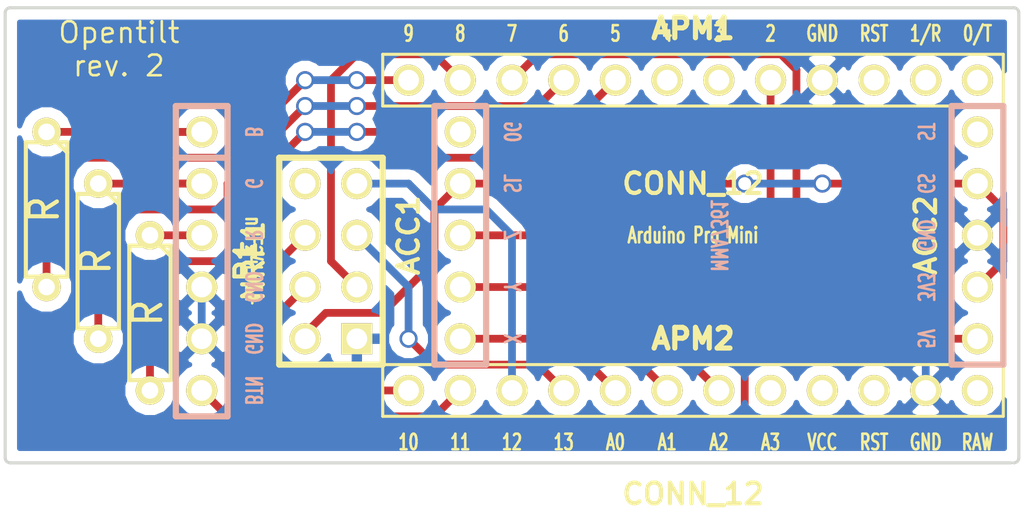
<source format=kicad_pcb>
(kicad_pcb (version 3) (host pcbnew "(2013-jul-07)-stable")

  (general
    (links 24)
    (no_connects 0)
    (area 22.733 45.466 74.1426 70.5866)
    (thickness 1.6)
    (drawings 52)
    (tracks 106)
    (zones 0)
    (modules 9)
    (nets 19)
  )

  (page A3)
  (layers
    (15 F.Cu signal)
    (0 B.Cu signal)
    (16 B.Adhes user)
    (17 F.Adhes user)
    (18 B.Paste user)
    (19 F.Paste user)
    (20 B.SilkS user)
    (21 F.SilkS user)
    (22 B.Mask user)
    (23 F.Mask user)
    (24 Dwgs.User user)
    (25 Cmts.User user)
    (26 Eco1.User user)
    (27 Eco2.User user)
    (28 Edge.Cuts user)
  )

  (setup
    (last_trace_width 0.381)
    (trace_clearance 0.254)
    (zone_clearance 0.508)
    (zone_45_only no)
    (trace_min 0.254)
    (segment_width 0.2)
    (edge_width 0.15)
    (via_size 0.889)
    (via_drill 0.635)
    (via_min_size 0.889)
    (via_min_drill 0.508)
    (uvia_size 0.508)
    (uvia_drill 0.127)
    (uvias_allowed no)
    (uvia_min_size 0.508)
    (uvia_min_drill 0.127)
    (pcb_text_width 0.3)
    (pcb_text_size 0.508 0.762)
    (mod_edge_width 0.15)
    (mod_text_size 1.5 1.5)
    (mod_text_width 0.15)
    (pad_size 1.524 1.524)
    (pad_drill 1.016)
    (pad_to_mask_clearance 0.2)
    (aux_axis_origin 0 0)
    (visible_elements FFFEFF8F)
    (pcbplotparams
      (layerselection 284196865)
      (usegerberextensions true)
      (excludeedgelayer true)
      (linewidth 0.100000)
      (plotframeref false)
      (viasonmask false)
      (mode 1)
      (useauxorigin false)
      (hpglpennumber 1)
      (hpglpenspeed 20)
      (hpglpendiameter 15)
      (hpglpenoverlay 2)
      (psnegative false)
      (psa4output false)
      (plotreference true)
      (plotvalue true)
      (plotothertext true)
      (plotinvisibletext false)
      (padsonsilk false)
      (subtractmaskfromsilk false)
      (outputformat 1)
      (mirror false)
      (drillshape 0)
      (scaleselection 1)
      (outputdirectory /home/juerd/sketchbook/opentilt/pcb-rev2/itead1))
  )

  (net 0 "")
  (net 1 3V3)
  (net 2 A0)
  (net 3 A1)
  (net 4 A2)
  (net 5 CLK)
  (net 6 D10)
  (net 7 D2)
  (net 8 D5)
  (net 9 D6)
  (net 10 D7)
  (net 11 D8)
  (net 12 D9)
  (net 13 GND)
  (net 14 MISO)
  (net 15 MOSI)
  (net 16 N-0000021)
  (net 17 N-0000022)
  (net 18 N-0000023)

  (net_class Default "This is the default net class."
    (clearance 0.254)
    (trace_width 0.381)
    (via_dia 0.889)
    (via_drill 0.635)
    (uvia_dia 0.508)
    (uvia_drill 0.127)
    (add_net "")
    (add_net 3V3)
    (add_net A0)
    (add_net A1)
    (add_net A2)
    (add_net CLK)
    (add_net D10)
    (add_net D2)
    (add_net D5)
    (add_net D6)
    (add_net D7)
    (add_net D8)
    (add_net D9)
    (add_net GND)
    (add_net MISO)
    (add_net MOSI)
    (add_net N-0000021)
    (add_net N-0000022)
    (add_net N-0000023)
  )

  (module R3 (layer F.Cu) (tedit 52896B1D) (tstamp 52890A64)
    (at 25.019 55.753 270)
    (descr "Resitance 3 pas")
    (tags R)
    (path /523228F2)
    (autoplace_cost180 10)
    (fp_text reference RB1 (at 0 0.127 270) (layer F.SilkS) hide
      (effects (font (size 1.397 1.27) (thickness 0.2032)))
    )
    (fp_text value R (at 0 0.127 270) (layer F.SilkS)
      (effects (font (size 1.397 1.27) (thickness 0.2032)))
    )
    (fp_line (start -3.81 0) (end -3.302 0) (layer F.SilkS) (width 0.2032))
    (fp_line (start 3.81 0) (end 3.302 0) (layer F.SilkS) (width 0.2032))
    (fp_line (start 3.302 0) (end 3.302 -1.016) (layer F.SilkS) (width 0.2032))
    (fp_line (start 3.302 -1.016) (end -3.302 -1.016) (layer F.SilkS) (width 0.2032))
    (fp_line (start -3.302 -1.016) (end -3.302 1.016) (layer F.SilkS) (width 0.2032))
    (fp_line (start -3.302 1.016) (end 3.302 1.016) (layer F.SilkS) (width 0.2032))
    (fp_line (start 3.302 1.016) (end 3.302 0) (layer F.SilkS) (width 0.2032))
    (fp_line (start -3.302 -0.508) (end -2.794 -1.016) (layer F.SilkS) (width 0.2032))
    (pad 1 thru_hole circle (at -3.81 0 270) (size 1.397 1.397) (drill 0.8128)
      (layers *.Cu *.Mask F.SilkS)
      (net 17 N-0000022)
    )
    (pad 2 thru_hole circle (at 3.81 0 270) (size 1.397 1.397) (drill 0.8128)
      (layers *.Cu *.Mask F.SilkS)
      (net 12 D9)
    )
    (model discret/resistor.wrl
      (at (xyz 0 0 0))
      (scale (xyz 0.3 0.3 0.3))
      (rotate (xyz 0 0 0))
    )
  )

  (module R3 (layer F.Cu) (tedit 52896B37) (tstamp 52890A72)
    (at 27.559 58.293 270)
    (descr "Resitance 3 pas")
    (tags R)
    (path /52322904)
    (autoplace_cost180 10)
    (fp_text reference RG1 (at 0 0.127 270) (layer F.SilkS) hide
      (effects (font (size 1.397 1.27) (thickness 0.2032)))
    )
    (fp_text value R (at 0 0.127 270) (layer F.SilkS)
      (effects (font (size 1.397 1.27) (thickness 0.2032)))
    )
    (fp_line (start -3.81 0) (end -3.302 0) (layer F.SilkS) (width 0.2032))
    (fp_line (start 3.81 0) (end 3.302 0) (layer F.SilkS) (width 0.2032))
    (fp_line (start 3.302 0) (end 3.302 -1.016) (layer F.SilkS) (width 0.2032))
    (fp_line (start 3.302 -1.016) (end -3.302 -1.016) (layer F.SilkS) (width 0.2032))
    (fp_line (start -3.302 -1.016) (end -3.302 1.016) (layer F.SilkS) (width 0.2032))
    (fp_line (start -3.302 1.016) (end 3.302 1.016) (layer F.SilkS) (width 0.2032))
    (fp_line (start 3.302 1.016) (end 3.302 0) (layer F.SilkS) (width 0.2032))
    (fp_line (start -3.302 -0.508) (end -2.794 -1.016) (layer F.SilkS) (width 0.2032))
    (pad 1 thru_hole circle (at -3.81 0 270) (size 1.397 1.397) (drill 0.8128)
      (layers *.Cu *.Mask F.SilkS)
      (net 18 N-0000023)
    )
    (pad 2 thru_hole circle (at 3.81 0 270) (size 1.397 1.397) (drill 0.8128)
      (layers *.Cu *.Mask F.SilkS)
      (net 9 D6)
    )
    (model discret/resistor.wrl
      (at (xyz 0 0 0))
      (scale (xyz 0.3 0.3 0.3))
      (rotate (xyz 0 0 0))
    )
  )

  (module R3 (layer F.Cu) (tedit 52896B3D) (tstamp 52890A80)
    (at 30.099 60.833 270)
    (descr "Resitance 3 pas")
    (tags R)
    (path /5232290A)
    (autoplace_cost180 10)
    (fp_text reference RR1 (at 0 0.127 270) (layer F.SilkS) hide
      (effects (font (size 1.397 1.27) (thickness 0.2032)))
    )
    (fp_text value R (at 0 0.127 270) (layer F.SilkS)
      (effects (font (size 1.397 1.27) (thickness 0.2032)))
    )
    (fp_line (start -3.81 0) (end -3.302 0) (layer F.SilkS) (width 0.2032))
    (fp_line (start 3.81 0) (end 3.302 0) (layer F.SilkS) (width 0.2032))
    (fp_line (start 3.302 0) (end 3.302 -1.016) (layer F.SilkS) (width 0.2032))
    (fp_line (start 3.302 -1.016) (end -3.302 -1.016) (layer F.SilkS) (width 0.2032))
    (fp_line (start -3.302 -1.016) (end -3.302 1.016) (layer F.SilkS) (width 0.2032))
    (fp_line (start -3.302 1.016) (end 3.302 1.016) (layer F.SilkS) (width 0.2032))
    (fp_line (start 3.302 1.016) (end 3.302 0) (layer F.SilkS) (width 0.2032))
    (fp_line (start -3.302 -0.508) (end -2.794 -1.016) (layer F.SilkS) (width 0.2032))
    (pad 1 thru_hole circle (at -3.81 0 270) (size 1.397 1.397) (drill 0.8128)
      (layers *.Cu *.Mask F.SilkS)
      (net 16 N-0000021)
    )
    (pad 2 thru_hole circle (at 3.81 0 270) (size 1.397 1.397) (drill 0.8128)
      (layers *.Cu *.Mask F.SilkS)
      (net 8 D5)
    )
    (model discret/resistor.wrl
      (at (xyz 0 0 0))
      (scale (xyz 0.3 0.3 0.3))
      (rotate (xyz 0 0 0))
    )
  )

  (module pin_array_4x2 (layer F.Cu) (tedit 52893CC2) (tstamp 52890AB7)
    (at 38.989 58.293 90)
    (descr "Double rangee de contacts 2 x 4 pins")
    (tags CONN)
    (path /5289079E)
    (fp_text reference NRF1 (at 0 -3.81 90) (layer F.SilkS)
      (effects (font (size 1.016 1.016) (thickness 0.2032)))
    )
    (fp_text value CONN_4X2 (at 0 3.81 90) (layer F.SilkS) hide
      (effects (font (size 1.016 1.016) (thickness 0.2032)))
    )
    (fp_line (start -5.08 -2.54) (end 5.08 -2.54) (layer F.SilkS) (width 0.3048))
    (fp_line (start 5.08 -2.54) (end 5.08 2.54) (layer F.SilkS) (width 0.3048))
    (fp_line (start 5.08 2.54) (end -5.08 2.54) (layer F.SilkS) (width 0.3048))
    (fp_line (start -5.08 2.54) (end -5.08 -2.54) (layer F.SilkS) (width 0.3048))
    (pad 1 thru_hole rect (at -3.81 1.27 90) (size 1.524 1.524) (drill 1.016)
      (layers *.Cu *.Mask F.SilkS)
      (net 13 GND)
    )
    (pad 2 thru_hole circle (at -3.81 -1.27 90) (size 1.524 1.524) (drill 1.016)
      (layers *.Cu *.Mask F.SilkS)
      (net 1 3V3)
    )
    (pad 3 thru_hole circle (at -1.27 1.27 90) (size 1.524 1.524) (drill 1.016)
      (layers *.Cu *.Mask F.SilkS)
      (net 11 D8)
    )
    (pad 4 thru_hole circle (at -1.27 -1.27 90) (size 1.524 1.524) (drill 1.016)
      (layers *.Cu *.Mask F.SilkS)
      (net 6 D10)
    )
    (pad 5 thru_hole circle (at 1.27 1.27 90) (size 1.524 1.524) (drill 1.016)
      (layers *.Cu *.Mask F.SilkS)
      (net 5 CLK)
    )
    (pad 6 thru_hole circle (at 1.27 -1.27 90) (size 1.524 1.524) (drill 1.016)
      (layers *.Cu *.Mask F.SilkS)
      (net 15 MOSI)
    )
    (pad 7 thru_hole circle (at 3.81 1.27 90) (size 1.524 1.524) (drill 1.016)
      (layers *.Cu *.Mask F.SilkS)
      (net 14 MISO)
    )
    (pad 8 thru_hole circle (at 3.81 -1.27 90) (size 1.524 1.524) (drill 1.016)
      (layers *.Cu *.Mask F.SilkS)
    )
    (model pin_array/pins_array_4x2.wrl
      (at (xyz 0 0 0))
      (scale (xyz 1 1 1))
      (rotate (xyz 0 0 0))
    )
  )

  (module PIN_ARRAY-6X1_B (layer F.Cu) (tedit 52893CC4) (tstamp 528916AB)
    (at 32.639 58.293 270)
    (descr "Connecteur 6 pins")
    (tags "CONN DEV")
    (path /5232286D)
    (fp_text reference P1 (at 0 -2.159 270) (layer F.SilkS)
      (effects (font (size 1.016 1.016) (thickness 0.2032)))
    )
    (fp_text value CONN_6 (at 0 2.159 270) (layer F.SilkS) hide
      (effects (font (size 1.016 0.889) (thickness 0.2032)))
    )
    (fp_line (start -7.62 1.27) (end -7.62 -1.27) (layer B.SilkS) (width 0.3048))
    (fp_line (start -7.62 -1.27) (end 7.62 -1.27) (layer B.SilkS) (width 0.3048))
    (fp_line (start 7.62 -1.27) (end 7.62 1.27) (layer B.SilkS) (width 0.3048))
    (fp_line (start 7.62 1.27) (end -7.62 1.27) (layer B.SilkS) (width 0.3048))
    (fp_line (start -5.08 1.27) (end -5.08 -1.27) (layer B.SilkS) (width 0.3048))
    (pad 1 thru_hole circle (at -6.35 0 270) (size 1.524 1.524) (drill 1.016)
      (layers *.Cu *.Mask F.SilkS)
      (net 17 N-0000022)
    )
    (pad 2 thru_hole circle (at -3.81 0 270) (size 1.524 1.524) (drill 1.016)
      (layers *.Cu *.Mask F.SilkS)
      (net 18 N-0000023)
    )
    (pad 3 thru_hole circle (at -1.27 0 270) (size 1.524 1.524) (drill 1.016)
      (layers *.Cu *.Mask F.SilkS)
      (net 16 N-0000021)
    )
    (pad 4 thru_hole circle (at 1.27 0 270) (size 1.524 1.524) (drill 1.016)
      (layers *.Cu *.Mask F.SilkS)
      (net 13 GND)
    )
    (pad 5 thru_hole circle (at 3.81 0 270) (size 1.524 1.524) (drill 1.016)
      (layers *.Cu *.Mask F.SilkS)
      (net 13 GND)
    )
    (pad 6 thru_hole circle (at 6.35 0 270) (size 1.524 1.524) (drill 1.016)
      (layers *.Cu *.Mask F.SilkS)
      (net 7 D2)
    )
    (model pin_array/pins_array_6x1.wrl
      (at (xyz 0 0 0))
      (scale (xyz 1 1 1))
      (rotate (xyz 0 0 0))
    )
  )

  (module PIN_ARRAY_5x1_B (layer F.Cu) (tedit 52893CB6) (tstamp 52890A9A)
    (at 45.339 57.023 90)
    (descr "Double rangee de contacts 2 x 5 pins")
    (tags CONN)
    (path /52890342)
    (fp_text reference ACC1 (at 0 -2.54 90) (layer F.SilkS)
      (effects (font (size 1.016 1.016) (thickness 0.2032)))
    )
    (fp_text value CONN_5 (at 0 2.54 90) (layer F.SilkS) hide
      (effects (font (size 1.016 1.016) (thickness 0.2032)))
    )
    (fp_line (start -6.35 -1.27) (end -6.35 1.27) (layer B.SilkS) (width 0.3048))
    (fp_line (start 6.35 1.27) (end 6.35 -1.27) (layer B.SilkS) (width 0.3048))
    (fp_line (start -6.35 -1.27) (end 6.35 -1.27) (layer B.SilkS) (width 0.3048))
    (fp_line (start 6.35 1.27) (end -6.35 1.27) (layer B.SilkS) (width 0.3048))
    (pad 1 thru_hole circle (at -5.08 0 90) (size 1.524 1.524) (drill 1.016)
      (layers *.Cu *.Mask F.SilkS)
      (net 2 A0)
    )
    (pad 2 thru_hole circle (at -2.54 0 90) (size 1.524 1.524) (drill 1.016)
      (layers *.Cu *.Mask F.SilkS)
      (net 3 A1)
    )
    (pad 3 thru_hole circle (at 0 0 90) (size 1.524 1.524) (drill 1.016)
      (layers *.Cu *.Mask F.SilkS)
      (net 4 A2)
    )
    (pad 4 thru_hole circle (at 2.54 0 90) (size 1.524 1.524) (drill 1.016)
      (layers *.Cu *.Mask F.SilkS)
      (net 1 3V3)
    )
    (pad 5 thru_hole circle (at 5.08 0 90) (size 1.524 1.524) (drill 1.016)
      (layers *.Cu *.Mask F.SilkS)
    )
    (model pin_array/pins_array_5x1.wrl
      (at (xyz 0 0 0))
      (scale (xyz 1 1 1))
      (rotate (xyz 0 0 0))
    )
  )

  (module PIN_ARRAY_5x1_B (layer F.Cu) (tedit 52893CC8) (tstamp 52890AA7)
    (at 70.739 57.023 90)
    (descr "Double rangee de contacts 2 x 5 pins")
    (tags CONN)
    (path /52890351)
    (fp_text reference ACC2 (at 0 -2.54 90) (layer F.SilkS)
      (effects (font (size 1.016 1.016) (thickness 0.2032)))
    )
    (fp_text value CONN_5 (at 0 2.54 90) (layer F.SilkS) hide
      (effects (font (size 1.016 1.016) (thickness 0.2032)))
    )
    (fp_line (start -6.35 -1.27) (end -6.35 1.27) (layer B.SilkS) (width 0.3048))
    (fp_line (start 6.35 1.27) (end 6.35 -1.27) (layer B.SilkS) (width 0.3048))
    (fp_line (start -6.35 -1.27) (end 6.35 -1.27) (layer B.SilkS) (width 0.3048))
    (fp_line (start 6.35 1.27) (end -6.35 1.27) (layer B.SilkS) (width 0.3048))
    (pad 1 thru_hole circle (at -5.08 0 90) (size 1.524 1.524) (drill 1.016)
      (layers *.Cu *.Mask F.SilkS)
      (net 10 D7)
    )
    (pad 2 thru_hole circle (at -2.54 0 90) (size 1.524 1.524) (drill 1.016)
      (layers *.Cu *.Mask F.SilkS)
      (net 1 3V3)
    )
    (pad 3 thru_hole circle (at 0 0 90) (size 1.524 1.524) (drill 1.016)
      (layers *.Cu *.Mask F.SilkS)
      (net 13 GND)
    )
    (pad 4 thru_hole circle (at 2.54 0 90) (size 1.524 1.524) (drill 1.016)
      (layers *.Cu *.Mask F.SilkS)
      (net 1 3V3)
    )
    (pad 5 thru_hole circle (at 5.08 0 90) (size 1.524 1.524) (drill 1.016)
      (layers *.Cu *.Mask F.SilkS)
    )
    (model pin_array/pins_array_5x1.wrl
      (at (xyz 0 0 0))
      (scale (xyz 1 1 1))
      (rotate (xyz 0 0 0))
    )
  )

  (module pin_array_12x1 (layer F.Cu) (tedit 52893CBE) (tstamp 52890AC7)
    (at 56.769 50.673)
    (descr "Double rangee de contacts 2 x 12 pins")
    (tags CONN)
    (path /5288F956)
    (fp_text reference APM1 (at 0 -3.81) (layer F.SilkS)
      (effects (font (size 1.016 1.016) (thickness 0.254)))
    )
    (fp_text value CONN_12 (at 0 3.81) (layer F.SilkS)
      (effects (font (size 1.016 1.016) (thickness 0.2032)))
    )
    (fp_line (start 15.24 -2.54) (end 15.24 0) (layer F.SilkS) (width 0.15))
    (fp_line (start 15.24 0) (end -15.24 0) (layer F.SilkS) (width 0.15))
    (fp_line (start -15.24 0) (end -15.24 -2.54) (layer F.SilkS) (width 0.15))
    (fp_line (start -15.24 -2.54) (end 15.24 -2.54) (layer F.SilkS) (width 0.15))
    (pad 12 thru_hole circle (at -13.97 -1.27) (size 1.524 1.524) (drill 1.016)
      (layers *.Cu *.Mask F.SilkS)
      (net 12 D9)
    )
    (pad 11 thru_hole circle (at -11.43 -1.27) (size 1.524 1.524) (drill 1.016)
      (layers *.Cu *.Mask F.SilkS)
      (net 11 D8)
    )
    (pad 10 thru_hole circle (at -8.89 -1.27) (size 1.524 1.524) (drill 1.016)
      (layers *.Cu *.Mask F.SilkS)
      (net 10 D7)
    )
    (pad 9 thru_hole circle (at -6.35 -1.27) (size 1.524 1.524) (drill 1.016)
      (layers *.Cu *.Mask F.SilkS)
      (net 9 D6)
    )
    (pad 8 thru_hole circle (at -3.81 -1.27) (size 1.524 1.524) (drill 1.016)
      (layers *.Cu *.Mask F.SilkS)
      (net 8 D5)
    )
    (pad 7 thru_hole circle (at -1.27 -1.27) (size 1.524 1.524) (drill 1.016)
      (layers *.Cu *.Mask F.SilkS)
    )
    (pad 6 thru_hole circle (at 1.27 -1.27) (size 1.524 1.524) (drill 1.016)
      (layers *.Cu *.Mask F.SilkS)
    )
    (pad 5 thru_hole circle (at 3.81 -1.27) (size 1.524 1.524) (drill 1.016)
      (layers *.Cu *.Mask F.SilkS)
      (net 7 D2)
    )
    (pad 4 thru_hole circle (at 6.35 -1.27) (size 1.524 1.524) (drill 1.016)
      (layers *.Cu *.Mask F.SilkS)
      (net 13 GND)
    )
    (pad 3 thru_hole circle (at 8.89 -1.27) (size 1.524 1.524) (drill 1.016)
      (layers *.Cu *.Mask F.SilkS)
    )
    (pad 2 thru_hole circle (at 11.43 -1.27) (size 1.524 1.524) (drill 1.016)
      (layers *.Cu *.Mask F.SilkS)
    )
    (pad 1 thru_hole circle (at 13.97 -1.27) (size 1.524 1.524) (drill 1.016)
      (layers *.Cu *.Mask F.SilkS)
    )
    (model pin_array/pins_array_12x2.wrl
      (at (xyz 0 0 0))
      (scale (xyz 1 1 1))
      (rotate (xyz 0 0 0))
    )
  )

  (module pin_array_12x1 (layer F.Cu) (tedit 52893CC0) (tstamp 52890AD7)
    (at 56.769 65.913)
    (descr "Double rangee de contacts 2 x 12 pins")
    (tags CONN)
    (path /5288F965)
    (fp_text reference APM2 (at 0 -3.81) (layer F.SilkS)
      (effects (font (size 1.016 1.016) (thickness 0.254)))
    )
    (fp_text value CONN_12 (at 0 3.81) (layer F.SilkS)
      (effects (font (size 1.016 1.016) (thickness 0.2032)))
    )
    (fp_line (start 15.24 -2.54) (end 15.24 0) (layer F.SilkS) (width 0.15))
    (fp_line (start 15.24 0) (end -15.24 0) (layer F.SilkS) (width 0.15))
    (fp_line (start -15.24 0) (end -15.24 -2.54) (layer F.SilkS) (width 0.15))
    (fp_line (start -15.24 -2.54) (end 15.24 -2.54) (layer F.SilkS) (width 0.15))
    (pad 12 thru_hole circle (at -13.97 -1.27) (size 1.524 1.524) (drill 1.016)
      (layers *.Cu *.Mask F.SilkS)
      (net 6 D10)
    )
    (pad 11 thru_hole circle (at -11.43 -1.27) (size 1.524 1.524) (drill 1.016)
      (layers *.Cu *.Mask F.SilkS)
      (net 15 MOSI)
    )
    (pad 10 thru_hole circle (at -8.89 -1.27) (size 1.524 1.524) (drill 1.016)
      (layers *.Cu *.Mask F.SilkS)
      (net 14 MISO)
    )
    (pad 9 thru_hole circle (at -6.35 -1.27) (size 1.524 1.524) (drill 1.016)
      (layers *.Cu *.Mask F.SilkS)
      (net 5 CLK)
    )
    (pad 8 thru_hole circle (at -3.81 -1.27) (size 1.524 1.524) (drill 1.016)
      (layers *.Cu *.Mask F.SilkS)
      (net 2 A0)
    )
    (pad 7 thru_hole circle (at -1.27 -1.27) (size 1.524 1.524) (drill 1.016)
      (layers *.Cu *.Mask F.SilkS)
      (net 3 A1)
    )
    (pad 6 thru_hole circle (at 1.27 -1.27) (size 1.524 1.524) (drill 1.016)
      (layers *.Cu *.Mask F.SilkS)
      (net 4 A2)
    )
    (pad 5 thru_hole circle (at 3.81 -1.27) (size 1.524 1.524) (drill 1.016)
      (layers *.Cu *.Mask F.SilkS)
    )
    (pad 4 thru_hole circle (at 6.35 -1.27) (size 1.524 1.524) (drill 1.016)
      (layers *.Cu *.Mask F.SilkS)
    )
    (pad 3 thru_hole circle (at 8.89 -1.27) (size 1.524 1.524) (drill 1.016)
      (layers *.Cu *.Mask F.SilkS)
    )
    (pad 2 thru_hole circle (at 11.43 -1.27) (size 1.524 1.524) (drill 1.016)
      (layers *.Cu *.Mask F.SilkS)
      (net 13 GND)
    )
    (pad 1 thru_hole circle (at 13.97 -1.27) (size 1.524 1.524) (drill 1.016)
      (layers *.Cu *.Mask F.SilkS)
    )
    (model pin_array/pins_array_12x2.wrl
      (at (xyz 0 0 0))
      (scale (xyz 1 1 1))
      (rotate (xyz 0 0 0))
    )
  )

  (gr_line (start 23.241 68.199) (end 72.39 68.199) (angle 90) (layer Edge.Cuts) (width 0.15))
  (gr_line (start 22.987 67.945) (end 22.987 46.101) (angle 90) (layer Edge.Cuts) (width 0.15))
  (gr_line (start 72.771 46.101) (end 72.771 67.945) (angle 90) (layer Edge.Cuts) (width 0.15))
  (gr_line (start 23.241 45.847) (end 72.517 45.847) (angle 90) (layer Edge.Cuts) (width 0.15))
  (gr_arc (start 23.241 46.101) (end 22.987 46.101) (angle 90) (layer Edge.Cuts) (width 0.15))
  (gr_arc (start 23.241 67.945) (end 23.241 68.199) (angle 90) (layer Edge.Cuts) (width 0.15))
  (gr_arc (start 72.517 67.945) (end 72.771 67.945) (angle 90) (layer Edge.Cuts) (width 0.15))
  (gr_arc (start 72.517 46.101) (end 72.517 45.847) (angle 90) (layer Edge.Cuts) (width 0.15))
  (gr_text "Opentilt\nrev. 2" (at 28.575 47.879) (layer F.SilkS)
    (effects (font (size 1.016 1.016) (thickness 0.127)))
  )
  (gr_text nRF24L01+ (at 35.179 58.293 270) (layer F.SilkS)
    (effects (font (size 0.762 0.508) (thickness 0.127)))
  )
  (gr_text MMA7361 (at 58.039 57.023 270) (layer B.SilkS)
    (effects (font (size 0.762 0.508) (thickness 0.127)) (justify mirror))
  )
  (gr_text "Arduino Pro Mini" (at 56.769 57.023) (layer F.SilkS)
    (effects (font (size 0.762 0.508) (thickness 0.127)))
  )
  (gr_text RAW (at 70.739 67.183) (layer F.SilkS)
    (effects (font (size 0.762 0.508) (thickness 0.127)))
  )
  (gr_text GND (at 68.199 67.183) (layer F.SilkS)
    (effects (font (size 0.762 0.508) (thickness 0.127)))
  )
  (gr_text RST (at 65.659 67.183) (layer F.SilkS)
    (effects (font (size 0.762 0.508) (thickness 0.127)))
  )
  (gr_text VCC (at 63.119 67.183) (layer F.SilkS)
    (effects (font (size 0.762 0.508) (thickness 0.127)))
  )
  (gr_text A3 (at 60.579 67.183) (layer F.SilkS)
    (effects (font (size 0.762 0.508) (thickness 0.127)))
  )
  (gr_text A2 (at 58.039 67.183) (layer F.SilkS)
    (effects (font (size 0.762 0.508) (thickness 0.127)))
  )
  (gr_text A1 (at 55.499 67.183) (layer F.SilkS)
    (effects (font (size 0.762 0.508) (thickness 0.127)))
  )
  (gr_text A0 (at 52.959 67.183) (layer F.SilkS)
    (effects (font (size 0.762 0.508) (thickness 0.127)))
  )
  (gr_text 13 (at 50.419 67.183) (layer F.SilkS)
    (effects (font (size 0.762 0.508) (thickness 0.127)))
  )
  (gr_text 12 (at 47.879 67.183) (layer F.SilkS)
    (effects (font (size 0.762 0.508) (thickness 0.127)))
  )
  (gr_text 11 (at 45.339 67.183) (layer F.SilkS)
    (effects (font (size 0.762 0.508) (thickness 0.127)))
  )
  (gr_text "10\n" (at 42.799 67.183) (layer F.SilkS)
    (effects (font (size 0.762 0.508) (thickness 0.127)))
  )
  (gr_text 0/T (at 70.739 47.117) (layer F.SilkS)
    (effects (font (size 0.762 0.508) (thickness 0.127)))
  )
  (gr_text 1/R (at 68.199 47.117) (layer F.SilkS)
    (effects (font (size 0.762 0.508) (thickness 0.127)))
  )
  (gr_text RST (at 65.659 47.117) (layer F.SilkS)
    (effects (font (size 0.762 0.508) (thickness 0.127)))
  )
  (gr_text GND (at 63.119 47.117) (layer F.SilkS)
    (effects (font (size 0.762 0.508) (thickness 0.127)))
  )
  (gr_text 2 (at 60.579 47.117) (layer F.SilkS)
    (effects (font (size 0.762 0.508) (thickness 0.127)))
  )
  (gr_text 3 (at 58.039 47.117) (layer F.SilkS)
    (effects (font (size 0.762 0.508) (thickness 0.127)))
  )
  (gr_text "4\n" (at 55.499 47.117) (layer F.SilkS)
    (effects (font (size 0.762 0.508) (thickness 0.127)))
  )
  (gr_text 5 (at 52.959 47.117) (layer F.SilkS)
    (effects (font (size 0.762 0.508) (thickness 0.127)))
  )
  (gr_text 6 (at 50.419 47.117) (layer F.SilkS)
    (effects (font (size 0.762 0.508) (thickness 0.127)))
  )
  (gr_text 7 (at 47.879 47.117) (layer F.SilkS)
    (effects (font (size 0.762 0.508) (thickness 0.127)))
  )
  (gr_text 8 (at 45.339 47.117) (layer F.SilkS)
    (effects (font (size 0.762 0.508) (thickness 0.127)))
  )
  (gr_text 9 (at 42.799 47.117) (layer F.SilkS)
    (effects (font (size 0.762 0.508) (thickness 0.127)))
  )
  (gr_text ST (at 68.199 51.943 270) (layer B.SilkS)
    (effects (font (size 0.762 0.508) (thickness 0.127)) (justify mirror))
  )
  (gr_text 0G (at 47.879 51.943 270) (layer B.SilkS)
    (effects (font (size 0.762 0.508) (thickness 0.127)) (justify mirror))
  )
  (gr_text GS (at 68.199 54.483 270) (layer B.SilkS)
    (effects (font (size 0.762 0.508) (thickness 0.127)) (justify mirror))
  )
  (gr_text GND (at 68.199 57.023 270) (layer B.SilkS)
    (effects (font (size 0.762 0.508) (thickness 0.127)) (justify mirror))
  )
  (gr_text 3V3 (at 68.199 59.563 270) (layer B.SilkS)
    (effects (font (size 0.762 0.508) (thickness 0.127)) (justify mirror))
  )
  (gr_text 5V (at 68.199 62.103 270) (layer B.SilkS)
    (effects (font (size 0.762 0.508) (thickness 0.127)) (justify mirror))
  )
  (gr_text SL (at 47.879 54.483 270) (layer B.SilkS)
    (effects (font (size 0.762 0.508) (thickness 0.127)) (justify mirror))
  )
  (gr_text Z (at 47.879 57.023 270) (layer B.SilkS)
    (effects (font (size 0.762 0.508) (thickness 0.127)) (justify mirror))
  )
  (gr_text Y (at 47.879 59.563 270) (layer B.SilkS)
    (effects (font (size 0.762 0.508) (thickness 0.127)) (justify mirror))
  )
  (gr_text X (at 47.879 62.103 270) (layer B.SilkS)
    (effects (font (size 0.762 0.508) (thickness 0.127)) (justify mirror))
  )
  (gr_text BTN (at 35.179 64.643 270) (layer B.SilkS)
    (effects (font (size 0.762 0.508) (thickness 0.127)) (justify mirror))
  )
  (gr_text GND (at 35.179 62.103 270) (layer B.SilkS)
    (effects (font (size 0.762 0.508) (thickness 0.127)) (justify mirror))
  )
  (gr_text "GND\n" (at 35.179 59.563 270) (layer B.SilkS)
    (effects (font (size 0.762 0.508) (thickness 0.127)) (justify mirror))
  )
  (gr_text B (at 35.179 51.943 270) (layer B.SilkS)
    (effects (font (size 0.762 0.508) (thickness 0.127)) (justify mirror))
  )
  (gr_text G (at 35.179 54.483 270) (layer B.SilkS)
    (effects (font (size 0.762 0.508) (thickness 0.127)) (justify mirror))
  )
  (gr_text R (at 35.179 57.023 270) (layer B.SilkS)
    (effects (font (size 0.762 0.508) (thickness 0.127)) (justify mirror))
  )

  (segment (start 63.119 54.483) (end 70.739 54.483) (width 0.381) (layer F.Cu) (net 1) (tstamp 52897CCD))
  (via (at 63.119 54.483) (size 0.889) (layers F.Cu B.Cu) (net 1))
  (segment (start 59.309 54.483) (end 63.119 54.483) (width 0.381) (layer B.Cu) (net 1) (tstamp 52897CC9))
  (via (at 59.309 54.483) (size 0.889) (layers F.Cu B.Cu) (net 1))
  (segment (start 45.339 54.483) (end 59.309 54.483) (width 0.381) (layer F.Cu) (net 1))
  (segment (start 37.719 62.103) (end 37.719 61.849) (width 0.381) (layer F.Cu) (net 1))
  (segment (start 44.069 55.753) (end 45.339 54.483) (width 0.381) (layer F.Cu) (net 1) (tstamp 528973A9))
  (segment (start 44.069 58.293) (end 44.069 55.753) (width 0.381) (layer F.Cu) (net 1) (tstamp 5289739E))
  (segment (start 42.291 60.071) (end 44.069 58.293) (width 0.381) (layer F.Cu) (net 1) (tstamp 5289739A))
  (segment (start 41.529 60.833) (end 42.291 60.071) (width 0.381) (layer F.Cu) (net 1) (tstamp 52897397))
  (segment (start 38.735 60.833) (end 41.529 60.833) (width 0.381) (layer F.Cu) (net 1) (tstamp 52897393))
  (segment (start 37.719 61.849) (end 38.735 60.833) (width 0.381) (layer F.Cu) (net 1) (tstamp 52897390))
  (segment (start 70.739 54.483) (end 71.374 55.118) (width 0.381) (layer F.Cu) (net 1) (tstamp 528935F6))
  (segment (start 72.009 58.293) (end 70.739 59.563) (width 0.381) (layer F.Cu) (net 1) (tstamp 52893602))
  (segment (start 72.009 55.753) (end 72.009 58.293) (width 0.381) (layer F.Cu) (net 1) (tstamp 528935FB))
  (segment (start 71.374 55.118) (end 72.009 55.753) (width 0.381) (layer F.Cu) (net 1) (tstamp 528935F7))
  (segment (start 45.339 62.103) (end 50.419 62.103) (width 0.381) (layer F.Cu) (net 2))
  (segment (start 50.419 62.103) (end 52.959 64.643) (width 0.381) (layer F.Cu) (net 2) (tstamp 52897A8B))
  (segment (start 45.339 59.563) (end 50.419 59.563) (width 0.381) (layer F.Cu) (net 3))
  (segment (start 50.419 59.563) (end 55.499 64.643) (width 0.381) (layer F.Cu) (net 3) (tstamp 52897A75))
  (segment (start 45.339 57.023) (end 50.419 57.023) (width 0.381) (layer F.Cu) (net 4))
  (segment (start 50.419 57.023) (end 58.039 64.643) (width 0.381) (layer F.Cu) (net 4) (tstamp 52897A83))
  (segment (start 40.259 57.023) (end 42.799 59.563) (width 0.381) (layer B.Cu) (net 5))
  (segment (start 49.149 63.373) (end 50.419 64.643) (width 0.381) (layer F.Cu) (net 5) (tstamp 52897B23))
  (segment (start 44.069 63.373) (end 49.149 63.373) (width 0.381) (layer F.Cu) (net 5) (tstamp 52897B22))
  (segment (start 42.799 62.103) (end 44.069 63.373) (width 0.381) (layer F.Cu) (net 5) (tstamp 52897B21))
  (via (at 42.799 62.103) (size 0.889) (layers F.Cu B.Cu) (net 5))
  (segment (start 42.799 59.563) (end 42.799 62.103) (width 0.381) (layer B.Cu) (net 5) (tstamp 52897B16))
  (segment (start 37.719 59.563) (end 35.814 61.468) (width 0.381) (layer F.Cu) (net 6))
  (segment (start 37.084 64.643) (end 42.799 64.643) (width 0.381) (layer F.Cu) (net 6) (tstamp 52895FCE))
  (segment (start 35.814 63.373) (end 37.084 64.643) (width 0.381) (layer F.Cu) (net 6) (tstamp 52895FCA))
  (segment (start 35.814 61.468) (end 35.814 63.373) (width 0.381) (layer F.Cu) (net 6) (tstamp 52895FC6))
  (segment (start 60.579 49.403) (end 60.579 62.103) (width 0.381) (layer F.Cu) (net 7))
  (segment (start 35.179 67.183) (end 32.639 64.643) (width 0.381) (layer F.Cu) (net 7) (tstamp 52897C49))
  (segment (start 58.039 67.183) (end 35.179 67.183) (width 0.381) (layer F.Cu) (net 7) (tstamp 52897C3F))
  (segment (start 59.309 65.913) (end 58.039 67.183) (width 0.381) (layer F.Cu) (net 7) (tstamp 52897C3B))
  (segment (start 59.309 63.373) (end 59.309 65.913) (width 0.381) (layer F.Cu) (net 7) (tstamp 52897C39))
  (segment (start 60.579 62.103) (end 59.309 63.373) (width 0.381) (layer F.Cu) (net 7) (tstamp 52897C30))
  (segment (start 52.959 49.403) (end 49.149 53.213) (width 0.381) (layer F.Cu) (net 8))
  (segment (start 30.099 59.817) (end 30.099 64.643) (width 0.381) (layer F.Cu) (net 8) (tstamp 528966D3))
  (segment (start 31.623 58.293) (end 30.099 59.817) (width 0.381) (layer F.Cu) (net 8) (tstamp 528966CF))
  (segment (start 33.909 58.293) (end 31.623 58.293) (width 0.381) (layer F.Cu) (net 8) (tstamp 528966CD))
  (segment (start 34.925 57.277) (end 33.909 58.293) (width 0.381) (layer F.Cu) (net 8) (tstamp 528966C9))
  (segment (start 34.925 54.737) (end 34.925 57.277) (width 0.381) (layer F.Cu) (net 8) (tstamp 528966B3))
  (segment (start 37.719 51.943) (end 34.925 54.737) (width 0.381) (layer F.Cu) (net 8) (tstamp 528966B2))
  (via (at 37.719 51.943) (size 0.889) (layers F.Cu B.Cu) (net 8))
  (segment (start 40.259 51.943) (end 37.719 51.943) (width 0.381) (layer B.Cu) (net 8) (tstamp 528966AF))
  (via (at 40.259 51.943) (size 0.889) (layers F.Cu B.Cu) (net 8))
  (segment (start 42.799 51.943) (end 40.259 51.943) (width 0.381) (layer F.Cu) (net 8) (tstamp 528966A8))
  (segment (start 44.069 53.213) (end 42.799 51.943) (width 0.381) (layer F.Cu) (net 8) (tstamp 528966A2))
  (segment (start 49.149 53.213) (end 44.069 53.213) (width 0.381) (layer F.Cu) (net 8) (tstamp 52896694))
  (segment (start 50.419 49.403) (end 49.149 50.673) (width 0.381) (layer F.Cu) (net 9))
  (segment (start 27.559 57.023) (end 27.559 62.103) (width 0.381) (layer F.Cu) (net 9) (tstamp 52896680))
  (segment (start 28.829 55.753) (end 27.559 57.023) (width 0.381) (layer F.Cu) (net 9) (tstamp 52896679))
  (segment (start 33.401 55.753) (end 28.829 55.753) (width 0.381) (layer F.Cu) (net 9) (tstamp 52896674))
  (segment (start 33.909 55.245) (end 33.401 55.753) (width 0.381) (layer F.Cu) (net 9) (tstamp 52896667))
  (segment (start 33.909 54.483) (end 33.909 55.245) (width 0.381) (layer F.Cu) (net 9) (tstamp 52896663))
  (segment (start 37.719 50.673) (end 33.909 54.483) (width 0.381) (layer F.Cu) (net 9) (tstamp 52896662))
  (via (at 37.719 50.673) (size 0.889) (layers F.Cu B.Cu) (net 9))
  (segment (start 40.259 50.673) (end 37.719 50.673) (width 0.381) (layer B.Cu) (net 9) (tstamp 5289665F))
  (via (at 40.259 50.673) (size 0.889) (layers F.Cu B.Cu) (net 9))
  (segment (start 49.149 50.673) (end 40.259 50.673) (width 0.381) (layer F.Cu) (net 9) (tstamp 52896658))
  (segment (start 47.879 49.403) (end 49.149 48.133) (width 0.381) (layer F.Cu) (net 10))
  (segment (start 67.945 62.103) (end 70.739 62.103) (width 0.381) (layer F.Cu) (net 10) (tstamp 52897C22))
  (segment (start 61.849 56.007) (end 67.945 62.103) (width 0.381) (layer F.Cu) (net 10) (tstamp 52897C1A))
  (segment (start 61.849 48.895) (end 61.849 56.007) (width 0.381) (layer F.Cu) (net 10) (tstamp 52897C18))
  (segment (start 61.087 48.133) (end 61.849 48.895) (width 0.381) (layer F.Cu) (net 10) (tstamp 52897C16))
  (segment (start 49.149 48.133) (end 61.087 48.133) (width 0.381) (layer F.Cu) (net 10) (tstamp 52897C12))
  (segment (start 44.069 48.133) (end 45.339 49.403) (width 0.381) (layer F.Cu) (net 11) (tstamp 52896418))
  (segment (start 40.259 48.133) (end 44.069 48.133) (width 0.381) (layer F.Cu) (net 11) (tstamp 52896402))
  (segment (start 38.989 49.403) (end 40.259 48.133) (width 0.381) (layer F.Cu) (net 11) (tstamp 528963F8))
  (segment (start 38.989 58.293) (end 38.989 49.403) (width 0.381) (layer F.Cu) (net 11) (tstamp 528963F5))
  (segment (start 40.259 59.563) (end 38.989 58.293) (width 0.381) (layer F.Cu) (net 11))
  (segment (start 42.799 49.403) (end 40.259 49.403) (width 0.381) (layer F.Cu) (net 12))
  (segment (start 25.019 54.483) (end 25.019 59.563) (width 0.381) (layer F.Cu) (net 12) (tstamp 5289664E))
  (segment (start 26.289 53.213) (end 25.019 54.483) (width 0.381) (layer F.Cu) (net 12) (tstamp 52896649))
  (segment (start 33.909 53.213) (end 26.289 53.213) (width 0.381) (layer F.Cu) (net 12) (tstamp 52896644))
  (segment (start 37.719 49.403) (end 33.909 53.213) (width 0.381) (layer F.Cu) (net 12) (tstamp 52896643))
  (via (at 37.719 49.403) (size 0.889) (layers F.Cu B.Cu) (net 12))
  (segment (start 40.259 49.403) (end 37.719 49.403) (width 0.381) (layer B.Cu) (net 12) (tstamp 5289663D))
  (via (at 40.259 49.403) (size 0.889) (layers F.Cu B.Cu) (net 12))
  (segment (start 68.199 59.563) (end 68.199 64.643) (width 0.381) (layer B.Cu) (net 13) (tstamp 52897CB7))
  (segment (start 70.739 57.023) (end 68.199 59.563) (width 0.381) (layer B.Cu) (net 13))
  (segment (start 70.739 57.023) (end 63.119 49.403) (width 0.381) (layer B.Cu) (net 13))
  (segment (start 32.639 62.103) (end 37.084 66.548) (width 0.381) (layer B.Cu) (net 13))
  (segment (start 37.084 66.548) (end 42.164 66.548) (width 0.381) (layer B.Cu) (net 13) (tstamp 52895BD3))
  (segment (start 68.199 64.643) (end 66.294 66.548) (width 0.381) (layer B.Cu) (net 13))
  (segment (start 66.294 66.548) (end 42.164 66.548) (width 0.381) (layer B.Cu) (net 13) (tstamp 528929F9))
  (segment (start 42.164 66.548) (end 40.259 64.643) (width 0.381) (layer B.Cu) (net 13) (tstamp 528929FA))
  (segment (start 40.259 64.643) (end 40.259 62.103) (width 0.381) (layer B.Cu) (net 13) (tstamp 52892A02))
  (segment (start 32.639 62.103) (end 32.639 59.563) (width 0.381) (layer B.Cu) (net 13) (tstamp 528914E5))
  (segment (start 40.259 54.483) (end 42.799 54.483) (width 0.381) (layer B.Cu) (net 14))
  (segment (start 47.879 57.023) (end 47.879 64.643) (width 0.381) (layer B.Cu) (net 14) (tstamp 52897A49))
  (segment (start 46.609 55.753) (end 47.879 57.023) (width 0.381) (layer B.Cu) (net 14) (tstamp 52897A43))
  (segment (start 44.069 55.753) (end 46.609 55.753) (width 0.381) (layer B.Cu) (net 14) (tstamp 52897A41))
  (segment (start 42.799 54.483) (end 44.069 55.753) (width 0.381) (layer B.Cu) (net 14) (tstamp 52897A3C))
  (segment (start 45.339 64.643) (end 44.069 65.913) (width 0.381) (layer F.Cu) (net 15))
  (segment (start 34.544 60.198) (end 37.719 57.023) (width 0.381) (layer F.Cu) (net 15) (tstamp 52895FB4))
  (segment (start 34.544 64.643) (end 34.544 60.198) (width 0.381) (layer F.Cu) (net 15) (tstamp 52895FAF))
  (segment (start 35.814 65.913) (end 34.544 64.643) (width 0.381) (layer F.Cu) (net 15) (tstamp 52895FAD))
  (segment (start 44.069 65.913) (end 35.814 65.913) (width 0.381) (layer F.Cu) (net 15) (tstamp 52895FAA))
  (segment (start 30.099 57.023) (end 32.639 57.023) (width 0.381) (layer F.Cu) (net 16))
  (segment (start 25.019 51.943) (end 32.639 51.943) (width 0.381) (layer F.Cu) (net 17))
  (segment (start 30.099 51.943) (end 32.639 51.943) (width 0.381) (layer F.Cu) (net 17))
  (segment (start 32.639 54.483) (end 27.559 54.483) (width 0.381) (layer F.Cu) (net 18))
  (segment (start 30.099 54.483) (end 32.639 54.483) (width 0.381) (layer F.Cu) (net 18))

  (zone (net 13) (net_name GND) (layer B.Cu) (tstamp 528BE83D) (hatch edge 0.508)
    (connect_pads (clearance 0.508))
    (min_thickness 0.254)
    (fill (arc_segments 16) (thermal_gap 0.508) (thermal_bridge_width 0.508))
    (polygon
      (pts
        (xy 73.025 68.453) (xy 22.733 68.453) (xy 22.733 45.466) (xy 73.025 45.466)
      )
    )
    (filled_polygon
      (pts
        (xy 72.061 67.489) (xy 68.999607 67.489) (xy 68.999607 65.623212) (xy 68.199 64.822605) (xy 68.019395 65.00221)
        (xy 68.019395 64.643) (xy 67.218788 63.842393) (xy 66.976604 63.911858) (xy 66.926491 64.052321) (xy 66.844009 63.852697)
        (xy 66.45137 63.459372) (xy 65.938099 63.246244) (xy 65.382339 63.245759) (xy 64.868697 63.457991) (xy 64.475372 63.85063)
        (xy 64.38905 64.058514) (xy 64.304009 63.852697) (xy 64.198687 63.74719) (xy 64.198687 54.269216) (xy 64.034689 53.872311)
        (xy 63.919607 53.757027) (xy 63.919607 50.383212) (xy 63.119 49.582605) (xy 62.318393 50.383212) (xy 62.387858 50.625396)
        (xy 62.911304 50.812143) (xy 63.466369 50.78436) (xy 63.850142 50.625396) (xy 63.919607 50.383212) (xy 63.919607 53.757027)
        (xy 63.731286 53.568378) (xy 63.334668 53.403687) (xy 62.905216 53.403313) (xy 62.508311 53.567311) (xy 62.417964 53.6575)
        (xy 60.010252 53.6575) (xy 59.921286 53.568378) (xy 59.524668 53.403687) (xy 59.095216 53.403313) (xy 58.698311 53.567311)
        (xy 58.394378 53.870714) (xy 58.229687 54.267332) (xy 58.229313 54.696784) (xy 58.393311 55.093689) (xy 58.696714 55.397622)
        (xy 59.093332 55.562313) (xy 59.522784 55.562687) (xy 59.919689 55.398689) (xy 60.010035 55.3085) (xy 62.417747 55.3085)
        (xy 62.506714 55.397622) (xy 62.903332 55.562313) (xy 63.332784 55.562687) (xy 63.729689 55.398689) (xy 64.033622 55.095286)
        (xy 64.198313 54.698668) (xy 64.198687 54.269216) (xy 64.198687 63.74719) (xy 63.91137 63.459372) (xy 63.398099 63.246244)
        (xy 62.842339 63.245759) (xy 62.328697 63.457991) (xy 61.935372 63.85063) (xy 61.84905 64.058514) (xy 61.764009 63.852697)
        (xy 61.37137 63.459372) (xy 60.858099 63.246244) (xy 60.302339 63.245759) (xy 59.788697 63.457991) (xy 59.395372 63.85063)
        (xy 59.30905 64.058514) (xy 59.224009 63.852697) (xy 58.83137 63.459372) (xy 58.318099 63.246244) (xy 57.762339 63.245759)
        (xy 57.248697 63.457991) (xy 56.855372 63.85063) (xy 56.76905 64.058514) (xy 56.684009 63.852697) (xy 56.29137 63.459372)
        (xy 55.778099 63.246244) (xy 55.222339 63.245759) (xy 54.708697 63.457991) (xy 54.315372 63.85063) (xy 54.22905 64.058514)
        (xy 54.144009 63.852697) (xy 53.75137 63.459372) (xy 53.238099 63.246244) (xy 52.682339 63.245759) (xy 52.168697 63.457991)
        (xy 51.775372 63.85063) (xy 51.68905 64.058514) (xy 51.604009 63.852697) (xy 51.21137 63.459372) (xy 50.698099 63.246244)
        (xy 50.142339 63.245759) (xy 49.628697 63.457991) (xy 49.235372 63.85063) (xy 49.14905 64.058514) (xy 49.064009 63.852697)
        (xy 48.7045 63.492559) (xy 48.7045 57.023) (xy 48.641663 56.707095) (xy 48.641663 56.707094) (xy 48.569986 56.599824)
        (xy 48.462717 56.439283) (xy 48.462713 56.43928) (xy 47.192717 55.169283) (xy 46.924906 54.990337) (xy 46.662644 54.93817)
        (xy 46.735756 54.762099) (xy 46.736241 54.206339) (xy 46.524009 53.692697) (xy 46.13137 53.299372) (xy 45.923485 53.21305)
        (xy 46.129303 53.128009) (xy 46.522628 52.73537) (xy 46.735756 52.222099) (xy 46.736241 51.666339) (xy 46.524009 51.152697)
        (xy 46.13137 50.759372) (xy 45.923485 50.67305) (xy 46.129303 50.588009) (xy 46.522628 50.19537) (xy 46.608949 49.987485)
        (xy 46.693991 50.193303) (xy 47.08663 50.586628) (xy 47.599901 50.799756) (xy 48.155661 50.800241) (xy 48.669303 50.588009)
        (xy 49.062628 50.19537) (xy 49.148949 49.987485) (xy 49.233991 50.193303) (xy 49.62663 50.586628) (xy 50.139901 50.799756)
        (xy 50.695661 50.800241) (xy 51.209303 50.588009) (xy 51.602628 50.19537) (xy 51.688949 49.987485) (xy 51.773991 50.193303)
        (xy 52.16663 50.586628) (xy 52.679901 50.799756) (xy 53.235661 50.800241) (xy 53.749303 50.588009) (xy 54.142628 50.19537)
        (xy 54.228949 49.987485) (xy 54.313991 50.193303) (xy 54.70663 50.586628) (xy 55.219901 50.799756) (xy 55.775661 50.800241)
        (xy 56.289303 50.588009) (xy 56.682628 50.19537) (xy 56.768949 49.987485) (xy 56.853991 50.193303) (xy 57.24663 50.586628)
        (xy 57.759901 50.799756) (xy 58.315661 50.800241) (xy 58.829303 50.588009) (xy 59.222628 50.19537) (xy 59.308949 49.987485)
        (xy 59.393991 50.193303) (xy 59.78663 50.586628) (xy 60.299901 50.799756) (xy 60.855661 50.800241) (xy 61.369303 50.588009)
        (xy 61.762628 50.19537) (xy 61.842394 50.003269) (xy 61.896604 50.134142) (xy 62.138788 50.203607) (xy 62.939395 49.403)
        (xy 62.138788 48.602393) (xy 61.896604 48.671858) (xy 61.846491 48.812321) (xy 61.764009 48.612697) (xy 61.37137 48.219372)
        (xy 60.858099 48.006244) (xy 60.302339 48.005759) (xy 59.788697 48.217991) (xy 59.395372 48.61063) (xy 59.30905 48.818514)
        (xy 59.224009 48.612697) (xy 58.83137 48.219372) (xy 58.318099 48.006244) (xy 57.762339 48.005759) (xy 57.248697 48.217991)
        (xy 56.855372 48.61063) (xy 56.76905 48.818514) (xy 56.684009 48.612697) (xy 56.29137 48.219372) (xy 55.778099 48.006244)
        (xy 55.222339 48.005759) (xy 54.708697 48.217991) (xy 54.315372 48.61063) (xy 54.22905 48.818514) (xy 54.144009 48.612697)
        (xy 53.75137 48.219372) (xy 53.238099 48.006244) (xy 52.682339 48.005759) (xy 52.168697 48.217991) (xy 51.775372 48.61063)
        (xy 51.68905 48.818514) (xy 51.604009 48.612697) (xy 51.21137 48.219372) (xy 50.698099 48.006244) (xy 50.142339 48.005759)
        (xy 49.628697 48.217991) (xy 49.235372 48.61063) (xy 49.14905 48.818514) (xy 49.064009 48.612697) (xy 48.67137 48.219372)
        (xy 48.158099 48.006244) (xy 47.602339 48.005759) (xy 47.088697 48.217991) (xy 46.695372 48.61063) (xy 46.60905 48.818514)
        (xy 46.524009 48.612697) (xy 46.13137 48.219372) (xy 45.618099 48.006244) (xy 45.062339 48.005759) (xy 44.548697 48.217991)
        (xy 44.155372 48.61063) (xy 44.06905 48.818514) (xy 43.984009 48.612697) (xy 43.59137 48.219372) (xy 43.078099 48.006244)
        (xy 42.522339 48.005759) (xy 42.008697 48.217991) (xy 41.615372 48.61063) (xy 41.402244 49.123901) (xy 41.401759 49.679661)
        (xy 41.613991 50.193303) (xy 42.00663 50.586628) (xy 42.519901 50.799756) (xy 43.075661 50.800241) (xy 43.589303 50.588009)
        (xy 43.982628 50.19537) (xy 44.068949 49.987485) (xy 44.153991 50.193303) (xy 44.54663 50.586628) (xy 44.754514 50.672949)
        (xy 44.548697 50.757991) (xy 44.155372 51.15063) (xy 43.942244 51.663901) (xy 43.941759 52.219661) (xy 44.153991 52.733303)
        (xy 44.54663 53.126628) (xy 44.754514 53.212949) (xy 44.548697 53.297991) (xy 44.155372 53.69063) (xy 43.942244 54.203901)
        (xy 43.942021 54.458588) (xy 43.382717 53.899283) (xy 43.114906 53.720337) (xy 42.799 53.6575) (xy 41.408873 53.6575)
        (xy 41.338687 53.587191) (xy 41.338687 51.729216) (xy 41.174689 51.332311) (xy 41.150643 51.308223) (xy 41.173622 51.285286)
        (xy 41.338313 50.888668) (xy 41.338687 50.459216) (xy 41.174689 50.062311) (xy 41.150643 50.038223) (xy 41.173622 50.015286)
        (xy 41.338313 49.618668) (xy 41.338687 49.189216) (xy 41.174689 48.792311) (xy 40.871286 48.488378) (xy 40.474668 48.323687)
        (xy 40.045216 48.323313) (xy 39.648311 48.487311) (xy 39.557964 48.5775) (xy 38.420252 48.5775) (xy 38.331286 48.488378)
        (xy 37.934668 48.323687) (xy 37.505216 48.323313) (xy 37.108311 48.487311) (xy 36.804378 48.790714) (xy 36.639687 49.187332)
        (xy 36.639313 49.616784) (xy 36.803311 50.013689) (xy 36.827356 50.037776) (xy 36.804378 50.060714) (xy 36.639687 50.457332)
        (xy 36.639313 50.886784) (xy 36.803311 51.283689) (xy 36.827356 51.307776) (xy 36.804378 51.330714) (xy 36.639687 51.727332)
        (xy 36.639313 52.156784) (xy 36.803311 52.553689) (xy 37.106714 52.857622) (xy 37.503332 53.022313) (xy 37.932784 53.022687)
        (xy 38.329689 52.858689) (xy 38.420035 52.7685) (xy 39.557747 52.7685) (xy 39.646714 52.857622) (xy 40.043332 53.022313)
        (xy 40.472784 53.022687) (xy 40.869689 52.858689) (xy 41.173622 52.555286) (xy 41.338313 52.158668) (xy 41.338687 51.729216)
        (xy 41.338687 53.587191) (xy 41.05137 53.299372) (xy 40.538099 53.086244) (xy 39.982339 53.085759) (xy 39.468697 53.297991)
        (xy 39.075372 53.69063) (xy 38.98905 53.898514) (xy 38.904009 53.692697) (xy 38.51137 53.299372) (xy 37.998099 53.086244)
        (xy 37.442339 53.085759) (xy 36.928697 53.297991) (xy 36.535372 53.69063) (xy 36.322244 54.203901) (xy 36.321759 54.759661)
        (xy 36.533991 55.273303) (xy 36.92663 55.666628) (xy 37.134514 55.752949) (xy 36.928697 55.837991) (xy 36.535372 56.23063)
        (xy 36.322244 56.743901) (xy 36.321759 57.299661) (xy 36.533991 57.813303) (xy 36.92663 58.206628) (xy 37.134514 58.292949)
        (xy 36.928697 58.377991) (xy 36.535372 58.77063) (xy 36.322244 59.283901) (xy 36.321759 59.839661) (xy 36.533991 60.353303)
        (xy 36.92663 60.746628) (xy 37.134514 60.832949) (xy 36.928697 60.917991) (xy 36.535372 61.31063) (xy 36.322244 61.823901)
        (xy 36.321759 62.379661) (xy 36.533991 62.893303) (xy 36.92663 63.286628) (xy 37.439901 63.499756) (xy 37.995661 63.500241)
        (xy 38.509303 63.288009) (xy 38.8619 62.936026) (xy 38.86189 62.990755) (xy 38.958359 63.224229) (xy 39.136832 63.403013)
        (xy 39.370136 63.499889) (xy 39.622755 63.50011) (xy 39.97325 63.5) (xy 40.132 63.34125) (xy 40.132 62.23)
        (xy 40.112 62.23) (xy 40.112 61.976) (xy 40.132 61.976) (xy 40.132 61.956) (xy 40.386 61.956)
        (xy 40.386 61.976) (xy 41.49725 61.976) (xy 41.656 61.81725) (xy 41.65611 61.215245) (xy 41.559641 60.981771)
        (xy 41.381168 60.802987) (xy 41.147864 60.706111) (xy 41.091323 60.706061) (xy 41.442628 60.35537) (xy 41.655756 59.842099)
        (xy 41.655978 59.587411) (xy 41.9735 59.904933) (xy 41.9735 61.401747) (xy 41.884378 61.490714) (xy 41.719687 61.887332)
        (xy 41.719313 62.316784) (xy 41.883311 62.713689) (xy 42.186714 63.017622) (xy 42.583332 63.182313) (xy 43.012784 63.182687)
        (xy 43.409689 63.018689) (xy 43.713622 62.715286) (xy 43.878313 62.318668) (xy 43.878687 61.889216) (xy 43.714689 61.492311)
        (xy 43.6245 61.401964) (xy 43.6245 59.563) (xy 43.561663 59.247095) (xy 43.561662 59.247094) (xy 43.382717 58.979283)
        (xy 43.382713 58.97928) (xy 41.655799 57.252365) (xy 41.656241 56.746339) (xy 41.444009 56.232697) (xy 41.05137 55.839372)
        (xy 40.843485 55.75305) (xy 41.049303 55.668009) (xy 41.40944 55.3085) (xy 42.457066 55.3085) (xy 43.48528 56.336713)
        (xy 43.485283 56.336717) (xy 43.645824 56.443986) (xy 43.753094 56.515663) (xy 43.753095 56.515663) (xy 44.015355 56.567829)
        (xy 43.942244 56.743901) (xy 43.941759 57.299661) (xy 44.153991 57.813303) (xy 44.54663 58.206628) (xy 44.754514 58.292949)
        (xy 44.548697 58.377991) (xy 44.155372 58.77063) (xy 43.942244 59.283901) (xy 43.941759 59.839661) (xy 44.153991 60.353303)
        (xy 44.54663 60.746628) (xy 44.754514 60.832949) (xy 44.548697 60.917991) (xy 44.155372 61.31063) (xy 43.942244 61.823901)
        (xy 43.941759 62.379661) (xy 44.153991 62.893303) (xy 44.54663 63.286628) (xy 44.754514 63.372949) (xy 44.548697 63.457991)
        (xy 44.155372 63.85063) (xy 44.06905 64.058514) (xy 43.984009 63.852697) (xy 43.59137 63.459372) (xy 43.078099 63.246244)
        (xy 42.522339 63.245759) (xy 42.008697 63.457991) (xy 41.65611 63.809963) (xy 41.65611 62.990755) (xy 41.656 62.38875)
        (xy 41.49725 62.23) (xy 40.386 62.23) (xy 40.386 63.34125) (xy 40.54475 63.5) (xy 40.895245 63.50011)
        (xy 41.147864 63.499889) (xy 41.381168 63.403013) (xy 41.559641 63.224229) (xy 41.65611 62.990755) (xy 41.65611 63.809963)
        (xy 41.615372 63.85063) (xy 41.402244 64.363901) (xy 41.401759 64.919661) (xy 41.613991 65.433303) (xy 42.00663 65.826628)
        (xy 42.519901 66.039756) (xy 43.075661 66.040241) (xy 43.589303 65.828009) (xy 43.982628 65.43537) (xy 44.068949 65.227485)
        (xy 44.153991 65.433303) (xy 44.54663 65.826628) (xy 45.059901 66.039756) (xy 45.615661 66.040241) (xy 46.129303 65.828009)
        (xy 46.522628 65.43537) (xy 46.608949 65.227485) (xy 46.693991 65.433303) (xy 47.08663 65.826628) (xy 47.599901 66.039756)
        (xy 48.155661 66.040241) (xy 48.669303 65.828009) (xy 49.062628 65.43537) (xy 49.148949 65.227485) (xy 49.233991 65.433303)
        (xy 49.62663 65.826628) (xy 50.139901 66.039756) (xy 50.695661 66.040241) (xy 51.209303 65.828009) (xy 51.602628 65.43537)
        (xy 51.688949 65.227485) (xy 51.773991 65.433303) (xy 52.16663 65.826628) (xy 52.679901 66.039756) (xy 53.235661 66.040241)
        (xy 53.749303 65.828009) (xy 54.142628 65.43537) (xy 54.228949 65.227485) (xy 54.313991 65.433303) (xy 54.70663 65.826628)
        (xy 55.219901 66.039756) (xy 55.775661 66.040241) (xy 56.289303 65.828009) (xy 56.682628 65.43537) (xy 56.768949 65.227485)
        (xy 56.853991 65.433303) (xy 57.24663 65.826628) (xy 57.759901 66.039756) (xy 58.315661 66.040241) (xy 58.829303 65.828009)
        (xy 59.222628 65.43537) (xy 59.308949 65.227485) (xy 59.393991 65.433303) (xy 59.78663 65.826628) (xy 60.299901 66.039756)
        (xy 60.855661 66.040241) (xy 61.369303 65.828009) (xy 61.762628 65.43537) (xy 61.848949 65.227485) (xy 61.933991 65.433303)
        (xy 62.32663 65.826628) (xy 62.839901 66.039756) (xy 63.395661 66.040241) (xy 63.909303 65.828009) (xy 64.302628 65.43537)
        (xy 64.388949 65.227485) (xy 64.473991 65.433303) (xy 64.86663 65.826628) (xy 65.379901 66.039756) (xy 65.935661 66.040241)
        (xy 66.449303 65.828009) (xy 66.842628 65.43537) (xy 66.922394 65.243269) (xy 66.976604 65.374142) (xy 67.218788 65.443607)
        (xy 68.019395 64.643) (xy 68.019395 65.00221) (xy 67.398393 65.623212) (xy 67.467858 65.865396) (xy 67.991304 66.052143)
        (xy 68.546369 66.02436) (xy 68.930142 65.865396) (xy 68.999607 65.623212) (xy 68.999607 67.489) (xy 34.048143 67.489)
        (xy 34.048143 62.310696) (xy 34.048143 59.770696) (xy 34.036241 59.53291) (xy 34.036241 56.746339) (xy 33.824009 56.232697)
        (xy 33.43137 55.839372) (xy 33.223485 55.75305) (xy 33.429303 55.668009) (xy 33.822628 55.27537) (xy 34.035756 54.762099)
        (xy 34.036241 54.206339) (xy 33.824009 53.692697) (xy 33.43137 53.299372) (xy 33.223485 53.21305) (xy 33.429303 53.128009)
        (xy 33.822628 52.73537) (xy 34.035756 52.222099) (xy 34.036241 51.666339) (xy 33.824009 51.152697) (xy 33.43137 50.759372)
        (xy 32.918099 50.546244) (xy 32.362339 50.545759) (xy 31.848697 50.757991) (xy 31.455372 51.15063) (xy 31.242244 51.663901)
        (xy 31.241759 52.219661) (xy 31.453991 52.733303) (xy 31.84663 53.126628) (xy 32.054514 53.212949) (xy 31.848697 53.297991)
        (xy 31.455372 53.69063) (xy 31.242244 54.203901) (xy 31.241759 54.759661) (xy 31.453991 55.273303) (xy 31.84663 55.666628)
        (xy 32.054514 55.752949) (xy 31.848697 55.837991) (xy 31.455372 56.23063) (xy 31.334612 56.521451) (xy 31.230145 56.26862)
        (xy 30.855353 55.893174) (xy 30.365413 55.689733) (xy 29.834914 55.68927) (xy 29.34462 55.891855) (xy 28.969174 56.266647)
        (xy 28.89273 56.450744) (xy 28.89273 54.218914) (xy 28.690145 53.72862) (xy 28.315353 53.353174) (xy 27.825413 53.149733)
        (xy 27.294914 53.14927) (xy 26.80462 53.351855) (xy 26.429174 53.726647) (xy 26.225733 54.216587) (xy 26.22527 54.747086)
        (xy 26.427855 55.23738) (xy 26.802647 55.612826) (xy 27.292587 55.816267) (xy 27.823086 55.81673) (xy 28.31338 55.614145)
        (xy 28.688826 55.239353) (xy 28.892267 54.749413) (xy 28.89273 54.218914) (xy 28.89273 56.450744) (xy 28.765733 56.756587)
        (xy 28.76527 57.287086) (xy 28.967855 57.77738) (xy 29.342647 58.152826) (xy 29.832587 58.356267) (xy 30.363086 58.35673)
        (xy 30.85338 58.154145) (xy 31.228826 57.779353) (xy 31.334655 57.524487) (xy 31.453991 57.813303) (xy 31.84663 58.206628)
        (xy 32.03873 58.286394) (xy 31.907858 58.340604) (xy 31.838393 58.582788) (xy 32.639 59.383395) (xy 33.439607 58.582788)
        (xy 33.370142 58.340604) (xy 33.229678 58.290491) (xy 33.429303 58.208009) (xy 33.822628 57.81537) (xy 34.035756 57.302099)
        (xy 34.036241 56.746339) (xy 34.036241 59.53291) (xy 34.02036 59.215631) (xy 33.861396 58.831858) (xy 33.619212 58.762393)
        (xy 32.818605 59.563) (xy 33.619212 60.363607) (xy 33.861396 60.294142) (xy 34.048143 59.770696) (xy 34.048143 62.310696)
        (xy 34.02036 61.755631) (xy 33.861396 61.371858) (xy 33.619212 61.302393) (xy 33.439607 61.481998) (xy 33.439607 61.122788)
        (xy 33.370142 60.880604) (xy 33.246652 60.836547) (xy 33.370142 60.785396) (xy 33.439607 60.543212) (xy 32.639 59.742605)
        (xy 32.459395 59.92221) (xy 32.459395 59.563) (xy 31.658788 58.762393) (xy 31.416604 58.831858) (xy 31.229857 59.355304)
        (xy 31.25764 59.910369) (xy 31.416604 60.294142) (xy 31.658788 60.363607) (xy 32.459395 59.563) (xy 32.459395 59.92221)
        (xy 31.838393 60.543212) (xy 31.907858 60.785396) (xy 32.031347 60.829452) (xy 31.907858 60.880604) (xy 31.838393 61.122788)
        (xy 32.639 61.923395) (xy 33.439607 61.122788) (xy 33.439607 61.481998) (xy 32.818605 62.103) (xy 33.619212 62.903607)
        (xy 33.861396 62.834142) (xy 34.048143 62.310696) (xy 34.048143 67.489) (xy 34.036241 67.489) (xy 34.036241 64.366339)
        (xy 33.824009 63.852697) (xy 33.43137 63.459372) (xy 33.239269 63.379605) (xy 33.370142 63.325396) (xy 33.439607 63.083212)
        (xy 32.639 62.282605) (xy 32.459395 62.46221) (xy 32.459395 62.103) (xy 31.658788 61.302393) (xy 31.416604 61.371858)
        (xy 31.229857 61.895304) (xy 31.25764 62.450369) (xy 31.416604 62.834142) (xy 31.658788 62.903607) (xy 32.459395 62.103)
        (xy 32.459395 62.46221) (xy 31.838393 63.083212) (xy 31.907858 63.325396) (xy 32.048321 63.375508) (xy 31.848697 63.457991)
        (xy 31.455372 63.85063) (xy 31.334612 64.141451) (xy 31.230145 63.88862) (xy 30.855353 63.513174) (xy 30.365413 63.309733)
        (xy 29.834914 63.30927) (xy 29.34462 63.511855) (xy 28.969174 63.886647) (xy 28.89273 64.070744) (xy 28.89273 61.838914)
        (xy 28.690145 61.34862) (xy 28.315353 60.973174) (xy 27.825413 60.769733) (xy 27.294914 60.76927) (xy 26.80462 60.971855)
        (xy 26.429174 61.346647) (xy 26.225733 61.836587) (xy 26.22527 62.367086) (xy 26.427855 62.85738) (xy 26.802647 63.232826)
        (xy 27.292587 63.436267) (xy 27.823086 63.43673) (xy 28.31338 63.234145) (xy 28.688826 62.859353) (xy 28.892267 62.369413)
        (xy 28.89273 61.838914) (xy 28.89273 64.070744) (xy 28.765733 64.376587) (xy 28.76527 64.907086) (xy 28.967855 65.39738)
        (xy 29.342647 65.772826) (xy 29.832587 65.976267) (xy 30.363086 65.97673) (xy 30.85338 65.774145) (xy 31.228826 65.399353)
        (xy 31.334655 65.144487) (xy 31.453991 65.433303) (xy 31.84663 65.826628) (xy 32.359901 66.039756) (xy 32.915661 66.040241)
        (xy 33.429303 65.828009) (xy 33.822628 65.43537) (xy 34.035756 64.922099) (xy 34.036241 64.366339) (xy 34.036241 67.489)
        (xy 23.697 67.489) (xy 23.697 59.855474) (xy 23.887855 60.31738) (xy 24.262647 60.692826) (xy 24.752587 60.896267)
        (xy 25.283086 60.89673) (xy 25.77338 60.694145) (xy 26.148826 60.319353) (xy 26.352267 59.829413) (xy 26.35273 59.298914)
        (xy 26.150145 58.80862) (xy 25.775353 58.433174) (xy 25.285413 58.229733) (xy 24.754914 58.22927) (xy 24.26462 58.431855)
        (xy 23.889174 58.806647) (xy 23.697 59.269453) (xy 23.697 52.235474) (xy 23.887855 52.69738) (xy 24.262647 53.072826)
        (xy 24.752587 53.276267) (xy 25.283086 53.27673) (xy 25.77338 53.074145) (xy 26.148826 52.699353) (xy 26.352267 52.209413)
        (xy 26.35273 51.678914) (xy 26.150145 51.18862) (xy 25.775353 50.813174) (xy 25.285413 50.609733) (xy 24.754914 50.60927)
        (xy 24.26462 50.811855) (xy 23.889174 51.186647) (xy 23.697 51.649453) (xy 23.697 46.557) (xy 72.061 46.557)
        (xy 72.061 48.944241) (xy 71.924009 48.612697) (xy 71.53137 48.219372) (xy 71.018099 48.006244) (xy 70.462339 48.005759)
        (xy 69.948697 48.217991) (xy 69.555372 48.61063) (xy 69.46905 48.818514) (xy 69.384009 48.612697) (xy 68.99137 48.219372)
        (xy 68.478099 48.006244) (xy 67.922339 48.005759) (xy 67.408697 48.217991) (xy 67.015372 48.61063) (xy 66.92905 48.818514)
        (xy 66.844009 48.612697) (xy 66.45137 48.219372) (xy 65.938099 48.006244) (xy 65.382339 48.005759) (xy 64.868697 48.217991)
        (xy 64.475372 48.61063) (xy 64.395605 48.80273) (xy 64.341396 48.671858) (xy 64.099212 48.602393) (xy 63.919607 48.781998)
        (xy 63.919607 48.422788) (xy 63.850142 48.180604) (xy 63.326696 47.993857) (xy 62.771631 48.02164) (xy 62.387858 48.180604)
        (xy 62.318393 48.422788) (xy 63.119 49.223395) (xy 63.919607 48.422788) (xy 63.919607 48.781998) (xy 63.298605 49.403)
        (xy 64.099212 50.203607) (xy 64.341396 50.134142) (xy 64.391508 49.993678) (xy 64.473991 50.193303) (xy 64.86663 50.586628)
        (xy 65.379901 50.799756) (xy 65.935661 50.800241) (xy 66.449303 50.588009) (xy 66.842628 50.19537) (xy 66.928949 49.987485)
        (xy 67.013991 50.193303) (xy 67.40663 50.586628) (xy 67.919901 50.799756) (xy 68.475661 50.800241) (xy 68.989303 50.588009)
        (xy 69.382628 50.19537) (xy 69.468949 49.987485) (xy 69.553991 50.193303) (xy 69.94663 50.586628) (xy 70.154514 50.672949)
        (xy 69.948697 50.757991) (xy 69.555372 51.15063) (xy 69.342244 51.663901) (xy 69.341759 52.219661) (xy 69.553991 52.733303)
        (xy 69.94663 53.126628) (xy 70.154514 53.212949) (xy 69.948697 53.297991) (xy 69.555372 53.69063) (xy 69.342244 54.203901)
        (xy 69.341759 54.759661) (xy 69.553991 55.273303) (xy 69.94663 55.666628) (xy 70.13873 55.746394) (xy 70.007858 55.800604)
        (xy 69.938393 56.042788) (xy 70.739 56.843395) (xy 71.539607 56.042788) (xy 71.470142 55.800604) (xy 71.329678 55.750491)
        (xy 71.529303 55.668009) (xy 71.922628 55.27537) (xy 72.061 54.942132) (xy 72.061 56.532323) (xy 71.961396 56.291858)
        (xy 71.719212 56.222393) (xy 70.918605 57.023) (xy 71.719212 57.823607) (xy 71.961396 57.754142) (xy 72.061 57.474955)
        (xy 72.061 59.104241) (xy 71.924009 58.772697) (xy 71.53137 58.379372) (xy 71.339269 58.299605) (xy 71.470142 58.245396)
        (xy 71.539607 58.003212) (xy 70.739 57.202605) (xy 70.559395 57.38221) (xy 70.559395 57.023) (xy 69.758788 56.222393)
        (xy 69.516604 56.291858) (xy 69.329857 56.815304) (xy 69.35764 57.370369) (xy 69.516604 57.754142) (xy 69.758788 57.823607)
        (xy 70.559395 57.023) (xy 70.559395 57.38221) (xy 69.938393 58.003212) (xy 70.007858 58.245396) (xy 70.148321 58.295508)
        (xy 69.948697 58.377991) (xy 69.555372 58.77063) (xy 69.342244 59.283901) (xy 69.341759 59.839661) (xy 69.553991 60.353303)
        (xy 69.94663 60.746628) (xy 70.154514 60.832949) (xy 69.948697 60.917991) (xy 69.555372 61.31063) (xy 69.342244 61.823901)
        (xy 69.341759 62.379661) (xy 69.553991 62.893303) (xy 69.94663 63.286628) (xy 70.154514 63.372949) (xy 69.948697 63.457991)
        (xy 69.555372 63.85063) (xy 69.475605 64.04273) (xy 69.421396 63.911858) (xy 69.179212 63.842393) (xy 68.999607 64.021998)
        (xy 68.999607 63.662788) (xy 68.930142 63.420604) (xy 68.406696 63.233857) (xy 67.851631 63.26164) (xy 67.467858 63.420604)
        (xy 67.398393 63.662788) (xy 68.199 64.463395) (xy 68.999607 63.662788) (xy 68.999607 64.021998) (xy 68.378605 64.643)
        (xy 69.179212 65.443607) (xy 69.421396 65.374142) (xy 69.471508 65.233678) (xy 69.553991 65.433303) (xy 69.94663 65.826628)
        (xy 70.459901 66.039756) (xy 71.015661 66.040241) (xy 71.529303 65.828009) (xy 71.922628 65.43537) (xy 72.061 65.102132)
        (xy 72.061 67.489)
      )
    )
  )
)

</source>
